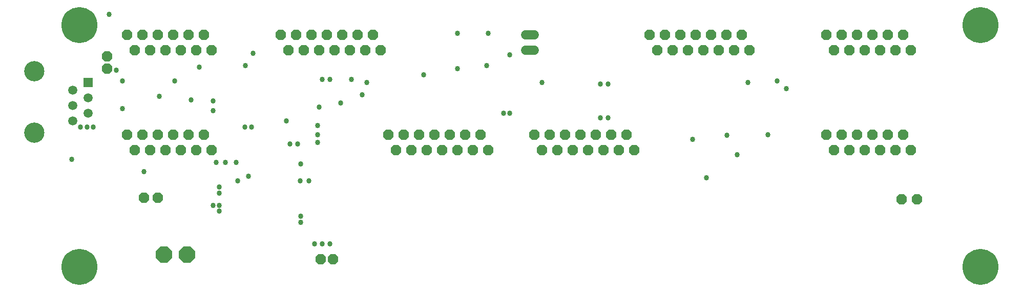
<source format=gbr>
G04 EAGLE Gerber RS-274X export*
G75*
%MOMM*%
%FSLAX34Y34*%
%LPD*%
%INSoldermask Bottom*%
%IPPOS*%
%AMOC8*
5,1,8,0,0,1.08239X$1,22.5*%
G01*
%ADD10C,5.943600*%
%ADD11R,1.499600X1.499600*%
%ADD12C,1.499600*%
%ADD13C,3.351600*%
%ADD14P,1.842011X8X202.500000*%
%ADD15P,1.842011X8X22.500000*%
%ADD16P,2.859241X8X22.500000*%
%ADD17C,1.524000*%
%ADD18C,0.858000*%


D10*
X35000Y35000D03*
X1525000Y35000D03*
D11*
X50000Y340000D03*
D12*
X24600Y327300D03*
X50000Y314600D03*
X24600Y301900D03*
X50000Y289200D03*
X24600Y276500D03*
D13*
X-38900Y359100D03*
X-38900Y257500D03*
D10*
X35000Y435000D03*
X1525000Y435000D03*
D14*
X254000Y228600D03*
X241300Y254000D03*
X228600Y228600D03*
X215900Y254000D03*
X203200Y228600D03*
X190500Y254000D03*
X177800Y228600D03*
X165100Y254000D03*
X152400Y228600D03*
X139700Y254000D03*
X127000Y228600D03*
X114300Y254000D03*
X254000Y393700D03*
X241300Y419100D03*
X228600Y393700D03*
X215900Y419100D03*
X203200Y393700D03*
X190500Y419100D03*
X177800Y393700D03*
X165100Y419100D03*
X152400Y393700D03*
X139700Y419100D03*
X127000Y393700D03*
X114300Y419100D03*
D15*
X1270000Y254000D03*
X1282700Y228600D03*
X1295400Y254000D03*
X1308100Y228600D03*
X1320800Y254000D03*
X1333500Y228600D03*
X1346200Y254000D03*
X1358900Y228600D03*
X1371600Y254000D03*
X1384300Y228600D03*
X1397000Y254000D03*
X1409700Y228600D03*
X1270000Y419100D03*
X1282700Y393700D03*
X1295400Y419100D03*
X1308100Y393700D03*
X1320800Y419100D03*
X1333500Y393700D03*
X1346200Y419100D03*
X1358900Y393700D03*
X1371600Y419100D03*
X1384300Y393700D03*
X1397000Y419100D03*
X1409700Y393700D03*
X546100Y254000D03*
X558800Y228600D03*
X571500Y254000D03*
X584200Y228600D03*
X596900Y254000D03*
X609600Y228600D03*
X622300Y254000D03*
X635000Y228600D03*
X647700Y254000D03*
X660400Y228600D03*
X673100Y254000D03*
X685800Y228600D03*
X698500Y254000D03*
X711200Y228600D03*
X368300Y419100D03*
X381000Y393700D03*
X393700Y419100D03*
X406400Y393700D03*
X419100Y419100D03*
X431800Y393700D03*
X444500Y419100D03*
X457200Y393700D03*
X469900Y419100D03*
X482600Y393700D03*
X495300Y419100D03*
X508000Y393700D03*
X520700Y419100D03*
X533400Y393700D03*
D14*
X952500Y228600D03*
X939800Y254000D03*
X927100Y228600D03*
X914400Y254000D03*
X901700Y228600D03*
X889000Y254000D03*
X876300Y228600D03*
X863600Y254000D03*
X850900Y228600D03*
X838200Y254000D03*
X825500Y228600D03*
X812800Y254000D03*
X800100Y228600D03*
X787400Y254000D03*
X1143000Y393700D03*
X1130300Y419100D03*
X1117600Y393700D03*
X1104900Y419100D03*
X1092200Y393700D03*
X1079500Y419100D03*
X1066800Y393700D03*
X1054100Y419100D03*
X1041400Y393700D03*
X1028700Y419100D03*
X1016000Y393700D03*
X1003300Y419100D03*
X990600Y393700D03*
X977900Y419100D03*
D16*
X175260Y55880D03*
X213360Y55880D03*
D15*
X165100Y149860D03*
X142240Y149860D03*
X1394460Y147320D03*
X1419860Y147320D03*
D17*
X786892Y419100D02*
X772668Y419100D01*
X772668Y393700D02*
X786892Y393700D01*
D15*
X434340Y48260D03*
X454660Y48260D03*
X81280Y363220D03*
X81280Y383540D03*
D18*
X22860Y213360D03*
X36940Y266700D03*
X48260Y266700D03*
X58420Y266700D03*
X1049020Y246380D03*
X708660Y368300D03*
X1071880Y182880D03*
X322580Y388620D03*
X276860Y208280D03*
X400050Y177800D03*
X449580Y345440D03*
X503066Y320040D03*
X256540Y309880D03*
X604520Y353060D03*
X711200Y421640D03*
X261620Y208280D03*
X1140460Y340360D03*
X106680Y342900D03*
X106680Y297180D03*
X510540Y340360D03*
X401320Y109220D03*
X401320Y119380D03*
X219710Y311150D03*
X429260Y269240D03*
X266450Y127250D03*
X429260Y254000D03*
X266700Y157480D03*
X377190Y276860D03*
X266700Y167640D03*
X1188720Y342900D03*
X1122826Y220980D03*
X436880Y345440D03*
X485140Y345440D03*
X414218Y177800D03*
X294640Y208280D03*
X256540Y293370D03*
X660400Y421640D03*
X660400Y363220D03*
X449580Y73660D03*
X436880Y73660D03*
X424180Y73660D03*
X193040Y342900D03*
X309880Y368300D03*
X467360Y305970D03*
X320040Y266700D03*
X84428Y452728D03*
X746760Y289560D03*
X746760Y386080D03*
X233680Y365760D03*
X96520Y360680D03*
X167640Y317500D03*
X736600Y289560D03*
X429260Y241300D03*
X266700Y137160D03*
X401320Y205740D03*
X256540Y137170D03*
X896620Y337820D03*
X896620Y281940D03*
X909320Y337820D03*
X909320Y281940D03*
X308550Y266760D03*
X431800Y299720D03*
X800100Y340360D03*
X396240Y238760D03*
X314960Y185420D03*
X142240Y193040D03*
X383540Y238760D03*
X297180Y177800D03*
X1105660Y252986D03*
X1173480Y254000D03*
X1203960Y330200D03*
M02*

</source>
